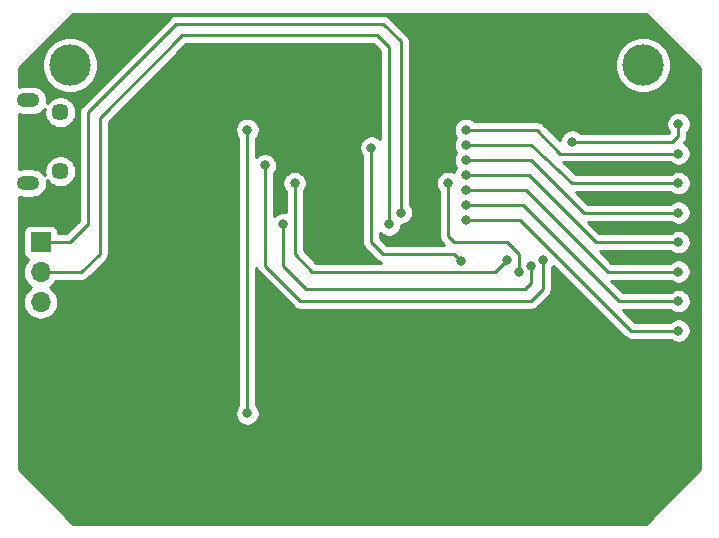
<source format=gbr>
G04 #@! TF.GenerationSoftware,KiCad,Pcbnew,(5.1.4)-1*
G04 #@! TF.CreationDate,2019-11-22T12:20:50+01:00*
G04 #@! TF.ProjectId,PacketVis,5061636b-6574-4566-9973-2e6b69636164,A01*
G04 #@! TF.SameCoordinates,Original*
G04 #@! TF.FileFunction,Copper,L2,Bot*
G04 #@! TF.FilePolarity,Positive*
%FSLAX46Y46*%
G04 Gerber Fmt 4.6, Leading zero omitted, Abs format (unit mm)*
G04 Created by KiCad (PCBNEW (5.1.4)-1) date 2019-11-22 12:20:50*
%MOMM*%
%LPD*%
G04 APERTURE LIST*
%ADD10O,1.700000X1.700000*%
%ADD11R,1.700000X1.700000*%
%ADD12O,1.900000X1.200000*%
%ADD13C,1.450000*%
%ADD14C,3.500000*%
%ADD15C,0.800000*%
%ADD16C,1.600000*%
%ADD17C,0.250000*%
%ADD18C,0.254000*%
G04 APERTURE END LIST*
D10*
X184680000Y-99080000D03*
X184680000Y-96540000D03*
D11*
X184680000Y-94000000D03*
D12*
X183642500Y-89000000D03*
X183642500Y-82000000D03*
D13*
X186342500Y-88000000D03*
X186342500Y-83000000D03*
D14*
X187180000Y-79000000D03*
X235680000Y-79000000D03*
D15*
X202180000Y-108500000D03*
X202180000Y-84500000D03*
D16*
X212180000Y-78500000D03*
D15*
X193680000Y-108500000D03*
X194680000Y-108500000D03*
X195680000Y-108500000D03*
X196680000Y-108500000D03*
X197680000Y-108500000D03*
X198680000Y-108500000D03*
X195180000Y-82500000D03*
X208580000Y-101100000D03*
X228680000Y-82000000D03*
X225680000Y-109000000D03*
X192930000Y-93500000D03*
D16*
X217180000Y-78500000D03*
D15*
X193180000Y-88250000D03*
X212680000Y-86000000D03*
X220280000Y-95600000D03*
X206180000Y-89000000D03*
X224180000Y-95500000D03*
X219180000Y-89000000D03*
X225180000Y-96500000D03*
X215180000Y-91500000D03*
X214180000Y-92500000D03*
X205180000Y-92500000D03*
X226180000Y-96000000D03*
X203680000Y-87500000D03*
X227180000Y-95500000D03*
X229680000Y-85500000D03*
X238680000Y-84000000D03*
X220680000Y-84500000D03*
X238680000Y-86500000D03*
X220680000Y-85770000D03*
X238680000Y-89000000D03*
X220680000Y-87040000D03*
X238680000Y-91500000D03*
X220680000Y-88310000D03*
X238680000Y-94000000D03*
X220680000Y-89580000D03*
X238680000Y-96500000D03*
X220680000Y-90850000D03*
X238680000Y-99000000D03*
X220680000Y-92120000D03*
X238680000Y-101500000D03*
D17*
X202180000Y-108500000D02*
X202180000Y-84500000D01*
X212680000Y-93500000D02*
X212680000Y-94000000D01*
X212680000Y-86000000D02*
X212680000Y-93500000D01*
X212680000Y-94000000D02*
X213680000Y-95000000D01*
X213680000Y-95000000D02*
X219680000Y-95000000D01*
X219680000Y-95000000D02*
X220280000Y-95600000D01*
X207680000Y-96500000D02*
X206180000Y-95000000D01*
X206180000Y-95000000D02*
X206180000Y-89000000D01*
X224180000Y-95500000D02*
X223180000Y-96500000D01*
X223180000Y-96500000D02*
X207680000Y-96500000D01*
X225180000Y-96500000D02*
X225180000Y-95000000D01*
X225180000Y-95000000D02*
X224180000Y-94000000D01*
X224180000Y-94000000D02*
X219680000Y-94000000D01*
X219180000Y-93500000D02*
X219180000Y-89000000D01*
X219680000Y-94000000D02*
X219180000Y-93500000D01*
X215180000Y-77000000D02*
X215180000Y-91500000D01*
X213680000Y-75500000D02*
X215180000Y-77000000D01*
X187180000Y-94000000D02*
X188680000Y-92500000D01*
X184680000Y-94000000D02*
X187180000Y-94000000D01*
X188680000Y-83000000D02*
X196180000Y-75500000D01*
X196180000Y-75500000D02*
X213680000Y-75500000D01*
X188680000Y-92500000D02*
X188680000Y-83000000D01*
X214180000Y-77500000D02*
X214180000Y-92500000D01*
X213180000Y-76500000D02*
X214180000Y-77500000D01*
X188140000Y-96540000D02*
X189680000Y-95000000D01*
X184680000Y-96540000D02*
X188140000Y-96540000D01*
X189680000Y-83500000D02*
X196680000Y-76500000D01*
X196680000Y-76500000D02*
X213180000Y-76500000D01*
X189680000Y-95000000D02*
X189680000Y-83500000D01*
X205180000Y-96000000D02*
X205180000Y-92500000D01*
X207180000Y-98000000D02*
X205180000Y-96000000D01*
X225680000Y-98000000D02*
X207180000Y-98000000D01*
X226180000Y-96000000D02*
X226180000Y-97500000D01*
X226180000Y-97500000D02*
X225680000Y-98000000D01*
X203680000Y-96000000D02*
X203680000Y-87500000D01*
X206680000Y-99000000D02*
X203680000Y-96000000D01*
X226180000Y-99000000D02*
X206680000Y-99000000D01*
X227180000Y-95500000D02*
X227180000Y-98000000D01*
X227180000Y-98000000D02*
X226180000Y-99000000D01*
X229680000Y-85500000D02*
X237680000Y-85500000D01*
X237680000Y-85500000D02*
X238180000Y-85500000D01*
X238180000Y-85500000D02*
X238680000Y-85000000D01*
X238680000Y-85000000D02*
X238680000Y-84000000D01*
X220680000Y-84500000D02*
X226680000Y-84500000D01*
X226680000Y-84500000D02*
X228680000Y-86500000D01*
X228680000Y-86500000D02*
X238680000Y-86500000D01*
X229680000Y-89000000D02*
X238680000Y-89000000D01*
X220680000Y-85770000D02*
X226180000Y-85770000D01*
X226180000Y-85770000D02*
X229680000Y-89000000D01*
X220680000Y-87040000D02*
X226220000Y-87040000D01*
X226220000Y-87040000D02*
X230680000Y-91500000D01*
X230680000Y-91500000D02*
X238680000Y-91500000D01*
X220680000Y-88310000D02*
X225990000Y-88310000D01*
X225990000Y-88310000D02*
X231680000Y-94000000D01*
X231680000Y-94000000D02*
X238680000Y-94000000D01*
X220680000Y-89580000D02*
X225760000Y-89580000D01*
X225760000Y-89580000D02*
X232680000Y-96500000D01*
X232680000Y-96500000D02*
X238680000Y-96500000D01*
X220680000Y-90850000D02*
X225530000Y-90850000D01*
X225530000Y-90850000D02*
X233680000Y-99000000D01*
X233680000Y-99000000D02*
X238680000Y-99000000D01*
X220680000Y-92120000D02*
X225300000Y-92120000D01*
X225300000Y-92120000D02*
X234680000Y-101500000D01*
X234680000Y-101500000D02*
X238680000Y-101500000D01*
D18*
G36*
X240520001Y-79273382D02*
G01*
X240520000Y-113226619D01*
X235906620Y-117840000D01*
X187453381Y-117840000D01*
X182840000Y-113226620D01*
X182840000Y-96540000D01*
X183187815Y-96540000D01*
X183216487Y-96831111D01*
X183301401Y-97111034D01*
X183439294Y-97369014D01*
X183624866Y-97595134D01*
X183850986Y-97780706D01*
X183905791Y-97810000D01*
X183850986Y-97839294D01*
X183624866Y-98024866D01*
X183439294Y-98250986D01*
X183301401Y-98508966D01*
X183216487Y-98788889D01*
X183187815Y-99080000D01*
X183216487Y-99371111D01*
X183301401Y-99651034D01*
X183439294Y-99909014D01*
X183624866Y-100135134D01*
X183850986Y-100320706D01*
X184108966Y-100458599D01*
X184388889Y-100543513D01*
X184607050Y-100565000D01*
X184752950Y-100565000D01*
X184971111Y-100543513D01*
X185251034Y-100458599D01*
X185509014Y-100320706D01*
X185735134Y-100135134D01*
X185920706Y-99909014D01*
X186058599Y-99651034D01*
X186143513Y-99371111D01*
X186172185Y-99080000D01*
X186143513Y-98788889D01*
X186058599Y-98508966D01*
X185920706Y-98250986D01*
X185735134Y-98024866D01*
X185509014Y-97839294D01*
X185454209Y-97810000D01*
X185509014Y-97780706D01*
X185735134Y-97595134D01*
X185920706Y-97369014D01*
X185957595Y-97300000D01*
X188102678Y-97300000D01*
X188140000Y-97303676D01*
X188177322Y-97300000D01*
X188177333Y-97300000D01*
X188288986Y-97289003D01*
X188432247Y-97245546D01*
X188564276Y-97174974D01*
X188680001Y-97080001D01*
X188703804Y-97050997D01*
X190191004Y-95563798D01*
X190220001Y-95540001D01*
X190283467Y-95462668D01*
X190314974Y-95424277D01*
X190385546Y-95292247D01*
X190385546Y-95292246D01*
X190429003Y-95148986D01*
X190440000Y-95037333D01*
X190440000Y-95037323D01*
X190443676Y-95000000D01*
X190440000Y-94962677D01*
X190440000Y-83814801D01*
X196994802Y-77260000D01*
X212865199Y-77260000D01*
X213420000Y-77814802D01*
X213420001Y-85276290D01*
X213339774Y-85196063D01*
X213170256Y-85082795D01*
X212981898Y-85004774D01*
X212781939Y-84965000D01*
X212578061Y-84965000D01*
X212378102Y-85004774D01*
X212189744Y-85082795D01*
X212020226Y-85196063D01*
X211876063Y-85340226D01*
X211762795Y-85509744D01*
X211684774Y-85698102D01*
X211645000Y-85898061D01*
X211645000Y-86101939D01*
X211684774Y-86301898D01*
X211762795Y-86490256D01*
X211876063Y-86659774D01*
X211920000Y-86703711D01*
X211920001Y-93462658D01*
X211920000Y-93462668D01*
X211920000Y-93962678D01*
X211916324Y-94000000D01*
X211920000Y-94037322D01*
X211920000Y-94037333D01*
X211930997Y-94148986D01*
X211974454Y-94292247D01*
X212045026Y-94424276D01*
X212140000Y-94540001D01*
X212168998Y-94563799D01*
X213116200Y-95511002D01*
X213139999Y-95540001D01*
X213168997Y-95563799D01*
X213255724Y-95634974D01*
X213387753Y-95705546D01*
X213501335Y-95740000D01*
X207994802Y-95740000D01*
X206940000Y-94685199D01*
X206940000Y-89703711D01*
X206983937Y-89659774D01*
X207097205Y-89490256D01*
X207175226Y-89301898D01*
X207215000Y-89101939D01*
X207215000Y-88898061D01*
X207175226Y-88698102D01*
X207097205Y-88509744D01*
X206983937Y-88340226D01*
X206839774Y-88196063D01*
X206670256Y-88082795D01*
X206481898Y-88004774D01*
X206281939Y-87965000D01*
X206078061Y-87965000D01*
X205878102Y-88004774D01*
X205689744Y-88082795D01*
X205520226Y-88196063D01*
X205376063Y-88340226D01*
X205262795Y-88509744D01*
X205184774Y-88698102D01*
X205145000Y-88898061D01*
X205145000Y-89101939D01*
X205184774Y-89301898D01*
X205262795Y-89490256D01*
X205376063Y-89659774D01*
X205420001Y-89703712D01*
X205420001Y-91492462D01*
X205281939Y-91465000D01*
X205078061Y-91465000D01*
X204878102Y-91504774D01*
X204689744Y-91582795D01*
X204520226Y-91696063D01*
X204440000Y-91776289D01*
X204440000Y-88203711D01*
X204483937Y-88159774D01*
X204597205Y-87990256D01*
X204675226Y-87801898D01*
X204715000Y-87601939D01*
X204715000Y-87398061D01*
X204675226Y-87198102D01*
X204597205Y-87009744D01*
X204483937Y-86840226D01*
X204339774Y-86696063D01*
X204170256Y-86582795D01*
X203981898Y-86504774D01*
X203781939Y-86465000D01*
X203578061Y-86465000D01*
X203378102Y-86504774D01*
X203189744Y-86582795D01*
X203020226Y-86696063D01*
X202940000Y-86776289D01*
X202940000Y-85203711D01*
X202983937Y-85159774D01*
X203097205Y-84990256D01*
X203175226Y-84801898D01*
X203215000Y-84601939D01*
X203215000Y-84398061D01*
X203175226Y-84198102D01*
X203097205Y-84009744D01*
X202983937Y-83840226D01*
X202839774Y-83696063D01*
X202670256Y-83582795D01*
X202481898Y-83504774D01*
X202281939Y-83465000D01*
X202078061Y-83465000D01*
X201878102Y-83504774D01*
X201689744Y-83582795D01*
X201520226Y-83696063D01*
X201376063Y-83840226D01*
X201262795Y-84009744D01*
X201184774Y-84198102D01*
X201145000Y-84398061D01*
X201145000Y-84601939D01*
X201184774Y-84801898D01*
X201262795Y-84990256D01*
X201376063Y-85159774D01*
X201420001Y-85203712D01*
X201420000Y-107796289D01*
X201376063Y-107840226D01*
X201262795Y-108009744D01*
X201184774Y-108198102D01*
X201145000Y-108398061D01*
X201145000Y-108601939D01*
X201184774Y-108801898D01*
X201262795Y-108990256D01*
X201376063Y-109159774D01*
X201520226Y-109303937D01*
X201689744Y-109417205D01*
X201878102Y-109495226D01*
X202078061Y-109535000D01*
X202281939Y-109535000D01*
X202481898Y-109495226D01*
X202670256Y-109417205D01*
X202839774Y-109303937D01*
X202983937Y-109159774D01*
X203097205Y-108990256D01*
X203175226Y-108801898D01*
X203215000Y-108601939D01*
X203215000Y-108398061D01*
X203175226Y-108198102D01*
X203097205Y-108009744D01*
X202983937Y-107840226D01*
X202940000Y-107796289D01*
X202940000Y-96178664D01*
X202960958Y-96247754D01*
X202974454Y-96292246D01*
X203045026Y-96424276D01*
X203084871Y-96472826D01*
X203139999Y-96540001D01*
X203169003Y-96563804D01*
X206116201Y-99511003D01*
X206139999Y-99540001D01*
X206255724Y-99634974D01*
X206387753Y-99705546D01*
X206531014Y-99749003D01*
X206642667Y-99760000D01*
X206642675Y-99760000D01*
X206680000Y-99763676D01*
X206717325Y-99760000D01*
X226142678Y-99760000D01*
X226180000Y-99763676D01*
X226217322Y-99760000D01*
X226217333Y-99760000D01*
X226328986Y-99749003D01*
X226472247Y-99705546D01*
X226604276Y-99634974D01*
X226720001Y-99540001D01*
X226743804Y-99510998D01*
X227691003Y-98563799D01*
X227720001Y-98540001D01*
X227814974Y-98424276D01*
X227885546Y-98292247D01*
X227929003Y-98148986D01*
X227940000Y-98037333D01*
X227943677Y-98000000D01*
X227940000Y-97962667D01*
X227940000Y-96203711D01*
X227983937Y-96159774D01*
X228096504Y-95991305D01*
X234116201Y-102011003D01*
X234139999Y-102040001D01*
X234255724Y-102134974D01*
X234387753Y-102205546D01*
X234531014Y-102249003D01*
X234642667Y-102260000D01*
X234642676Y-102260000D01*
X234679999Y-102263676D01*
X234717322Y-102260000D01*
X237976289Y-102260000D01*
X238020226Y-102303937D01*
X238189744Y-102417205D01*
X238378102Y-102495226D01*
X238578061Y-102535000D01*
X238781939Y-102535000D01*
X238981898Y-102495226D01*
X239170256Y-102417205D01*
X239339774Y-102303937D01*
X239483937Y-102159774D01*
X239597205Y-101990256D01*
X239675226Y-101801898D01*
X239715000Y-101601939D01*
X239715000Y-101398061D01*
X239675226Y-101198102D01*
X239597205Y-101009744D01*
X239483937Y-100840226D01*
X239339774Y-100696063D01*
X239170256Y-100582795D01*
X238981898Y-100504774D01*
X238781939Y-100465000D01*
X238578061Y-100465000D01*
X238378102Y-100504774D01*
X238189744Y-100582795D01*
X238020226Y-100696063D01*
X237976289Y-100740000D01*
X234994802Y-100740000D01*
X234014802Y-99760000D01*
X237976289Y-99760000D01*
X238020226Y-99803937D01*
X238189744Y-99917205D01*
X238378102Y-99995226D01*
X238578061Y-100035000D01*
X238781939Y-100035000D01*
X238981898Y-99995226D01*
X239170256Y-99917205D01*
X239339774Y-99803937D01*
X239483937Y-99659774D01*
X239597205Y-99490256D01*
X239675226Y-99301898D01*
X239715000Y-99101939D01*
X239715000Y-98898061D01*
X239675226Y-98698102D01*
X239597205Y-98509744D01*
X239483937Y-98340226D01*
X239339774Y-98196063D01*
X239170256Y-98082795D01*
X238981898Y-98004774D01*
X238781939Y-97965000D01*
X238578061Y-97965000D01*
X238378102Y-98004774D01*
X238189744Y-98082795D01*
X238020226Y-98196063D01*
X237976289Y-98240000D01*
X233994802Y-98240000D01*
X233014802Y-97260000D01*
X237976289Y-97260000D01*
X238020226Y-97303937D01*
X238189744Y-97417205D01*
X238378102Y-97495226D01*
X238578061Y-97535000D01*
X238781939Y-97535000D01*
X238981898Y-97495226D01*
X239170256Y-97417205D01*
X239339774Y-97303937D01*
X239483937Y-97159774D01*
X239597205Y-96990256D01*
X239675226Y-96801898D01*
X239715000Y-96601939D01*
X239715000Y-96398061D01*
X239675226Y-96198102D01*
X239597205Y-96009744D01*
X239483937Y-95840226D01*
X239339774Y-95696063D01*
X239170256Y-95582795D01*
X238981898Y-95504774D01*
X238781939Y-95465000D01*
X238578061Y-95465000D01*
X238378102Y-95504774D01*
X238189744Y-95582795D01*
X238020226Y-95696063D01*
X237976289Y-95740000D01*
X232994802Y-95740000D01*
X232014802Y-94760000D01*
X237976289Y-94760000D01*
X238020226Y-94803937D01*
X238189744Y-94917205D01*
X238378102Y-94995226D01*
X238578061Y-95035000D01*
X238781939Y-95035000D01*
X238981898Y-94995226D01*
X239170256Y-94917205D01*
X239339774Y-94803937D01*
X239483937Y-94659774D01*
X239597205Y-94490256D01*
X239675226Y-94301898D01*
X239715000Y-94101939D01*
X239715000Y-93898061D01*
X239675226Y-93698102D01*
X239597205Y-93509744D01*
X239483937Y-93340226D01*
X239339774Y-93196063D01*
X239170256Y-93082795D01*
X238981898Y-93004774D01*
X238781939Y-92965000D01*
X238578061Y-92965000D01*
X238378102Y-93004774D01*
X238189744Y-93082795D01*
X238020226Y-93196063D01*
X237976289Y-93240000D01*
X231994802Y-93240000D01*
X231014802Y-92260000D01*
X237976289Y-92260000D01*
X238020226Y-92303937D01*
X238189744Y-92417205D01*
X238378102Y-92495226D01*
X238578061Y-92535000D01*
X238781939Y-92535000D01*
X238981898Y-92495226D01*
X239170256Y-92417205D01*
X239339774Y-92303937D01*
X239483937Y-92159774D01*
X239597205Y-91990256D01*
X239675226Y-91801898D01*
X239715000Y-91601939D01*
X239715000Y-91398061D01*
X239675226Y-91198102D01*
X239597205Y-91009744D01*
X239483937Y-90840226D01*
X239339774Y-90696063D01*
X239170256Y-90582795D01*
X238981898Y-90504774D01*
X238781939Y-90465000D01*
X238578061Y-90465000D01*
X238378102Y-90504774D01*
X238189744Y-90582795D01*
X238020226Y-90696063D01*
X237976289Y-90740000D01*
X230994803Y-90740000D01*
X230014802Y-89760000D01*
X237976289Y-89760000D01*
X238020226Y-89803937D01*
X238189744Y-89917205D01*
X238378102Y-89995226D01*
X238578061Y-90035000D01*
X238781939Y-90035000D01*
X238981898Y-89995226D01*
X239170256Y-89917205D01*
X239339774Y-89803937D01*
X239483937Y-89659774D01*
X239597205Y-89490256D01*
X239675226Y-89301898D01*
X239715000Y-89101939D01*
X239715000Y-88898061D01*
X239675226Y-88698102D01*
X239597205Y-88509744D01*
X239483937Y-88340226D01*
X239339774Y-88196063D01*
X239170256Y-88082795D01*
X238981898Y-88004774D01*
X238781939Y-87965000D01*
X238578061Y-87965000D01*
X238378102Y-88004774D01*
X238189744Y-88082795D01*
X238020226Y-88196063D01*
X237976289Y-88240000D01*
X229977096Y-88240000D01*
X228915176Y-87260000D01*
X237976289Y-87260000D01*
X238020226Y-87303937D01*
X238189744Y-87417205D01*
X238378102Y-87495226D01*
X238578061Y-87535000D01*
X238781939Y-87535000D01*
X238981898Y-87495226D01*
X239170256Y-87417205D01*
X239339774Y-87303937D01*
X239483937Y-87159774D01*
X239597205Y-86990256D01*
X239675226Y-86801898D01*
X239715000Y-86601939D01*
X239715000Y-86398061D01*
X239675226Y-86198102D01*
X239597205Y-86009744D01*
X239483937Y-85840226D01*
X239339774Y-85696063D01*
X239171305Y-85583496D01*
X239190998Y-85563803D01*
X239220001Y-85540001D01*
X239314974Y-85424276D01*
X239385546Y-85292247D01*
X239429003Y-85148986D01*
X239440000Y-85037333D01*
X239440000Y-85037325D01*
X239443676Y-85000000D01*
X239440000Y-84962675D01*
X239440000Y-84703711D01*
X239483937Y-84659774D01*
X239597205Y-84490256D01*
X239675226Y-84301898D01*
X239715000Y-84101939D01*
X239715000Y-83898061D01*
X239675226Y-83698102D01*
X239597205Y-83509744D01*
X239483937Y-83340226D01*
X239339774Y-83196063D01*
X239170256Y-83082795D01*
X238981898Y-83004774D01*
X238781939Y-82965000D01*
X238578061Y-82965000D01*
X238378102Y-83004774D01*
X238189744Y-83082795D01*
X238020226Y-83196063D01*
X237876063Y-83340226D01*
X237762795Y-83509744D01*
X237684774Y-83698102D01*
X237645000Y-83898061D01*
X237645000Y-84101939D01*
X237684774Y-84301898D01*
X237762795Y-84490256D01*
X237876063Y-84659774D01*
X237910744Y-84694455D01*
X237865199Y-84740000D01*
X230383711Y-84740000D01*
X230339774Y-84696063D01*
X230170256Y-84582795D01*
X229981898Y-84504774D01*
X229781939Y-84465000D01*
X229578061Y-84465000D01*
X229378102Y-84504774D01*
X229189744Y-84582795D01*
X229020226Y-84696063D01*
X228876063Y-84840226D01*
X228762795Y-85009744D01*
X228684774Y-85198102D01*
X228646304Y-85391503D01*
X227243804Y-83989003D01*
X227220001Y-83959999D01*
X227104276Y-83865026D01*
X226972247Y-83794454D01*
X226828986Y-83750997D01*
X226717333Y-83740000D01*
X226717322Y-83740000D01*
X226680000Y-83736324D01*
X226642678Y-83740000D01*
X221383711Y-83740000D01*
X221339774Y-83696063D01*
X221170256Y-83582795D01*
X220981898Y-83504774D01*
X220781939Y-83465000D01*
X220578061Y-83465000D01*
X220378102Y-83504774D01*
X220189744Y-83582795D01*
X220020226Y-83696063D01*
X219876063Y-83840226D01*
X219762795Y-84009744D01*
X219684774Y-84198102D01*
X219645000Y-84398061D01*
X219645000Y-84601939D01*
X219684774Y-84801898D01*
X219762795Y-84990256D01*
X219859510Y-85135000D01*
X219762795Y-85279744D01*
X219684774Y-85468102D01*
X219645000Y-85668061D01*
X219645000Y-85871939D01*
X219684774Y-86071898D01*
X219762795Y-86260256D01*
X219859510Y-86405000D01*
X219762795Y-86549744D01*
X219684774Y-86738102D01*
X219645000Y-86938061D01*
X219645000Y-87141939D01*
X219684774Y-87341898D01*
X219762795Y-87530256D01*
X219859510Y-87675000D01*
X219762795Y-87819744D01*
X219684774Y-88008102D01*
X219669943Y-88082665D01*
X219481898Y-88004774D01*
X219281939Y-87965000D01*
X219078061Y-87965000D01*
X218878102Y-88004774D01*
X218689744Y-88082795D01*
X218520226Y-88196063D01*
X218376063Y-88340226D01*
X218262795Y-88509744D01*
X218184774Y-88698102D01*
X218145000Y-88898061D01*
X218145000Y-89101939D01*
X218184774Y-89301898D01*
X218262795Y-89490256D01*
X218376063Y-89659774D01*
X218420001Y-89703712D01*
X218420000Y-93462677D01*
X218416324Y-93500000D01*
X218420000Y-93537322D01*
X218420000Y-93537332D01*
X218430997Y-93648985D01*
X218474454Y-93792246D01*
X218545026Y-93924276D01*
X218584871Y-93972826D01*
X218639999Y-94040001D01*
X218669003Y-94063804D01*
X218845199Y-94240000D01*
X213994802Y-94240000D01*
X213440000Y-93685199D01*
X213440000Y-93223711D01*
X213520226Y-93303937D01*
X213689744Y-93417205D01*
X213878102Y-93495226D01*
X214078061Y-93535000D01*
X214281939Y-93535000D01*
X214481898Y-93495226D01*
X214670256Y-93417205D01*
X214839774Y-93303937D01*
X214983937Y-93159774D01*
X215097205Y-92990256D01*
X215175226Y-92801898D01*
X215215000Y-92601939D01*
X215215000Y-92535000D01*
X215281939Y-92535000D01*
X215481898Y-92495226D01*
X215670256Y-92417205D01*
X215839774Y-92303937D01*
X215983937Y-92159774D01*
X216097205Y-91990256D01*
X216175226Y-91801898D01*
X216215000Y-91601939D01*
X216215000Y-91398061D01*
X216175226Y-91198102D01*
X216097205Y-91009744D01*
X215983937Y-90840226D01*
X215940000Y-90796289D01*
X215940000Y-78765098D01*
X233295000Y-78765098D01*
X233295000Y-79234902D01*
X233386654Y-79695679D01*
X233566440Y-80129721D01*
X233827450Y-80520349D01*
X234159651Y-80852550D01*
X234550279Y-81113560D01*
X234984321Y-81293346D01*
X235445098Y-81385000D01*
X235914902Y-81385000D01*
X236375679Y-81293346D01*
X236809721Y-81113560D01*
X237200349Y-80852550D01*
X237532550Y-80520349D01*
X237793560Y-80129721D01*
X237973346Y-79695679D01*
X238065000Y-79234902D01*
X238065000Y-78765098D01*
X237973346Y-78304321D01*
X237793560Y-77870279D01*
X237532550Y-77479651D01*
X237200349Y-77147450D01*
X236809721Y-76886440D01*
X236375679Y-76706654D01*
X235914902Y-76615000D01*
X235445098Y-76615000D01*
X234984321Y-76706654D01*
X234550279Y-76886440D01*
X234159651Y-77147450D01*
X233827450Y-77479651D01*
X233566440Y-77870279D01*
X233386654Y-78304321D01*
X233295000Y-78765098D01*
X215940000Y-78765098D01*
X215940000Y-77037322D01*
X215943676Y-76999999D01*
X215940000Y-76962676D01*
X215940000Y-76962667D01*
X215929003Y-76851014D01*
X215885546Y-76707753D01*
X215814974Y-76575724D01*
X215720001Y-76459999D01*
X215691004Y-76436202D01*
X214243804Y-74989003D01*
X214220001Y-74959999D01*
X214104276Y-74865026D01*
X213972247Y-74794454D01*
X213828986Y-74750997D01*
X213717333Y-74740000D01*
X213717322Y-74740000D01*
X213680000Y-74736324D01*
X213642678Y-74740000D01*
X196217325Y-74740000D01*
X196180000Y-74736324D01*
X196142675Y-74740000D01*
X196142667Y-74740000D01*
X196031014Y-74750997D01*
X195887753Y-74794454D01*
X195755724Y-74865026D01*
X195639999Y-74959999D01*
X195616201Y-74988997D01*
X188168998Y-82436201D01*
X188140000Y-82459999D01*
X188116202Y-82488997D01*
X188116201Y-82488998D01*
X188045026Y-82575724D01*
X187974454Y-82707754D01*
X187930998Y-82851015D01*
X187916324Y-83000000D01*
X187920001Y-83037332D01*
X187920000Y-92185198D01*
X186865199Y-93240000D01*
X186168072Y-93240000D01*
X186168072Y-93150000D01*
X186155812Y-93025518D01*
X186119502Y-92905820D01*
X186060537Y-92795506D01*
X185981185Y-92698815D01*
X185884494Y-92619463D01*
X185774180Y-92560498D01*
X185654482Y-92524188D01*
X185530000Y-92511928D01*
X183830000Y-92511928D01*
X183705518Y-92524188D01*
X183585820Y-92560498D01*
X183475506Y-92619463D01*
X183378815Y-92698815D01*
X183299463Y-92795506D01*
X183240498Y-92905820D01*
X183204188Y-93025518D01*
X183191928Y-93150000D01*
X183191928Y-94850000D01*
X183204188Y-94974482D01*
X183240498Y-95094180D01*
X183299463Y-95204494D01*
X183378815Y-95301185D01*
X183475506Y-95380537D01*
X183585820Y-95439502D01*
X183654687Y-95460393D01*
X183624866Y-95484866D01*
X183439294Y-95710986D01*
X183301401Y-95968966D01*
X183216487Y-96248889D01*
X183187815Y-96540000D01*
X182840000Y-96540000D01*
X182840000Y-90153306D01*
X183050398Y-90217130D01*
X183231835Y-90235000D01*
X184053165Y-90235000D01*
X184234602Y-90217130D01*
X184467401Y-90146511D01*
X184681949Y-90031833D01*
X184870002Y-89877502D01*
X185024333Y-89689449D01*
X185139011Y-89474901D01*
X185209630Y-89242102D01*
X185233475Y-89000000D01*
X185209630Y-88757898D01*
X185206617Y-88747965D01*
X185286119Y-88866949D01*
X185475551Y-89056381D01*
X185698299Y-89205216D01*
X185945803Y-89307736D01*
X186208552Y-89360000D01*
X186476448Y-89360000D01*
X186739197Y-89307736D01*
X186986701Y-89205216D01*
X187209449Y-89056381D01*
X187398881Y-88866949D01*
X187547716Y-88644201D01*
X187650236Y-88396697D01*
X187702500Y-88133948D01*
X187702500Y-87866052D01*
X187650236Y-87603303D01*
X187547716Y-87355799D01*
X187398881Y-87133051D01*
X187209449Y-86943619D01*
X186986701Y-86794784D01*
X186739197Y-86692264D01*
X186476448Y-86640000D01*
X186208552Y-86640000D01*
X185945803Y-86692264D01*
X185698299Y-86794784D01*
X185475551Y-86943619D01*
X185286119Y-87133051D01*
X185137284Y-87355799D01*
X185034764Y-87603303D01*
X184982500Y-87866052D01*
X184982500Y-88133948D01*
X185015484Y-88299768D01*
X184870002Y-88122498D01*
X184681949Y-87968167D01*
X184467401Y-87853489D01*
X184234602Y-87782870D01*
X184053165Y-87765000D01*
X183231835Y-87765000D01*
X183050398Y-87782870D01*
X182840000Y-87846694D01*
X182840000Y-83153306D01*
X183050398Y-83217130D01*
X183231835Y-83235000D01*
X184053165Y-83235000D01*
X184234602Y-83217130D01*
X184467401Y-83146511D01*
X184681949Y-83031833D01*
X184870002Y-82877502D01*
X185015484Y-82700232D01*
X184982500Y-82866052D01*
X184982500Y-83133948D01*
X185034764Y-83396697D01*
X185137284Y-83644201D01*
X185286119Y-83866949D01*
X185475551Y-84056381D01*
X185698299Y-84205216D01*
X185945803Y-84307736D01*
X186208552Y-84360000D01*
X186476448Y-84360000D01*
X186739197Y-84307736D01*
X186986701Y-84205216D01*
X187209449Y-84056381D01*
X187398881Y-83866949D01*
X187547716Y-83644201D01*
X187650236Y-83396697D01*
X187702500Y-83133948D01*
X187702500Y-82866052D01*
X187650236Y-82603303D01*
X187547716Y-82355799D01*
X187398881Y-82133051D01*
X187209449Y-81943619D01*
X186986701Y-81794784D01*
X186739197Y-81692264D01*
X186476448Y-81640000D01*
X186208552Y-81640000D01*
X185945803Y-81692264D01*
X185698299Y-81794784D01*
X185475551Y-81943619D01*
X185286119Y-82133051D01*
X185206617Y-82252035D01*
X185209630Y-82242102D01*
X185233475Y-82000000D01*
X185209630Y-81757898D01*
X185139011Y-81525099D01*
X185024333Y-81310551D01*
X184870002Y-81122498D01*
X184681949Y-80968167D01*
X184467401Y-80853489D01*
X184234602Y-80782870D01*
X184053165Y-80765000D01*
X183231835Y-80765000D01*
X183050398Y-80782870D01*
X182840000Y-80846694D01*
X182840000Y-79273380D01*
X183348282Y-78765098D01*
X184795000Y-78765098D01*
X184795000Y-79234902D01*
X184886654Y-79695679D01*
X185066440Y-80129721D01*
X185327450Y-80520349D01*
X185659651Y-80852550D01*
X186050279Y-81113560D01*
X186484321Y-81293346D01*
X186945098Y-81385000D01*
X187414902Y-81385000D01*
X187875679Y-81293346D01*
X188309721Y-81113560D01*
X188700349Y-80852550D01*
X189032550Y-80520349D01*
X189293560Y-80129721D01*
X189473346Y-79695679D01*
X189565000Y-79234902D01*
X189565000Y-78765098D01*
X189473346Y-78304321D01*
X189293560Y-77870279D01*
X189032550Y-77479651D01*
X188700349Y-77147450D01*
X188309721Y-76886440D01*
X187875679Y-76706654D01*
X187414902Y-76615000D01*
X186945098Y-76615000D01*
X186484321Y-76706654D01*
X186050279Y-76886440D01*
X185659651Y-77147450D01*
X185327450Y-77479651D01*
X185066440Y-77870279D01*
X184886654Y-78304321D01*
X184795000Y-78765098D01*
X183348282Y-78765098D01*
X187453381Y-74660000D01*
X235906620Y-74660000D01*
X240520001Y-79273382D01*
X240520001Y-79273382D01*
G37*
X240520001Y-79273382D02*
X240520000Y-113226619D01*
X235906620Y-117840000D01*
X187453381Y-117840000D01*
X182840000Y-113226620D01*
X182840000Y-96540000D01*
X183187815Y-96540000D01*
X183216487Y-96831111D01*
X183301401Y-97111034D01*
X183439294Y-97369014D01*
X183624866Y-97595134D01*
X183850986Y-97780706D01*
X183905791Y-97810000D01*
X183850986Y-97839294D01*
X183624866Y-98024866D01*
X183439294Y-98250986D01*
X183301401Y-98508966D01*
X183216487Y-98788889D01*
X183187815Y-99080000D01*
X183216487Y-99371111D01*
X183301401Y-99651034D01*
X183439294Y-99909014D01*
X183624866Y-100135134D01*
X183850986Y-100320706D01*
X184108966Y-100458599D01*
X184388889Y-100543513D01*
X184607050Y-100565000D01*
X184752950Y-100565000D01*
X184971111Y-100543513D01*
X185251034Y-100458599D01*
X185509014Y-100320706D01*
X185735134Y-100135134D01*
X185920706Y-99909014D01*
X186058599Y-99651034D01*
X186143513Y-99371111D01*
X186172185Y-99080000D01*
X186143513Y-98788889D01*
X186058599Y-98508966D01*
X185920706Y-98250986D01*
X185735134Y-98024866D01*
X185509014Y-97839294D01*
X185454209Y-97810000D01*
X185509014Y-97780706D01*
X185735134Y-97595134D01*
X185920706Y-97369014D01*
X185957595Y-97300000D01*
X188102678Y-97300000D01*
X188140000Y-97303676D01*
X188177322Y-97300000D01*
X188177333Y-97300000D01*
X188288986Y-97289003D01*
X188432247Y-97245546D01*
X188564276Y-97174974D01*
X188680001Y-97080001D01*
X188703804Y-97050997D01*
X190191004Y-95563798D01*
X190220001Y-95540001D01*
X190283467Y-95462668D01*
X190314974Y-95424277D01*
X190385546Y-95292247D01*
X190385546Y-95292246D01*
X190429003Y-95148986D01*
X190440000Y-95037333D01*
X190440000Y-95037323D01*
X190443676Y-95000000D01*
X190440000Y-94962677D01*
X190440000Y-83814801D01*
X196994802Y-77260000D01*
X212865199Y-77260000D01*
X213420000Y-77814802D01*
X213420001Y-85276290D01*
X213339774Y-85196063D01*
X213170256Y-85082795D01*
X212981898Y-85004774D01*
X212781939Y-84965000D01*
X212578061Y-84965000D01*
X212378102Y-85004774D01*
X212189744Y-85082795D01*
X212020226Y-85196063D01*
X211876063Y-85340226D01*
X211762795Y-85509744D01*
X211684774Y-85698102D01*
X211645000Y-85898061D01*
X211645000Y-86101939D01*
X211684774Y-86301898D01*
X211762795Y-86490256D01*
X211876063Y-86659774D01*
X211920000Y-86703711D01*
X211920001Y-93462658D01*
X211920000Y-93462668D01*
X211920000Y-93962678D01*
X211916324Y-94000000D01*
X211920000Y-94037322D01*
X211920000Y-94037333D01*
X211930997Y-94148986D01*
X211974454Y-94292247D01*
X212045026Y-94424276D01*
X212140000Y-94540001D01*
X212168998Y-94563799D01*
X213116200Y-95511002D01*
X213139999Y-95540001D01*
X213168997Y-95563799D01*
X213255724Y-95634974D01*
X213387753Y-95705546D01*
X213501335Y-95740000D01*
X207994802Y-95740000D01*
X206940000Y-94685199D01*
X206940000Y-89703711D01*
X206983937Y-89659774D01*
X207097205Y-89490256D01*
X207175226Y-89301898D01*
X207215000Y-89101939D01*
X207215000Y-88898061D01*
X207175226Y-88698102D01*
X207097205Y-88509744D01*
X206983937Y-88340226D01*
X206839774Y-88196063D01*
X206670256Y-88082795D01*
X206481898Y-88004774D01*
X206281939Y-87965000D01*
X206078061Y-87965000D01*
X205878102Y-88004774D01*
X205689744Y-88082795D01*
X205520226Y-88196063D01*
X205376063Y-88340226D01*
X205262795Y-88509744D01*
X205184774Y-88698102D01*
X205145000Y-88898061D01*
X205145000Y-89101939D01*
X205184774Y-89301898D01*
X205262795Y-89490256D01*
X205376063Y-89659774D01*
X205420001Y-89703712D01*
X205420001Y-91492462D01*
X205281939Y-91465000D01*
X205078061Y-91465000D01*
X204878102Y-91504774D01*
X204689744Y-91582795D01*
X204520226Y-91696063D01*
X204440000Y-91776289D01*
X204440000Y-88203711D01*
X204483937Y-88159774D01*
X204597205Y-87990256D01*
X204675226Y-87801898D01*
X204715000Y-87601939D01*
X204715000Y-87398061D01*
X204675226Y-87198102D01*
X204597205Y-87009744D01*
X204483937Y-86840226D01*
X204339774Y-86696063D01*
X204170256Y-86582795D01*
X203981898Y-86504774D01*
X203781939Y-86465000D01*
X203578061Y-86465000D01*
X203378102Y-86504774D01*
X203189744Y-86582795D01*
X203020226Y-86696063D01*
X202940000Y-86776289D01*
X202940000Y-85203711D01*
X202983937Y-85159774D01*
X203097205Y-84990256D01*
X203175226Y-84801898D01*
X203215000Y-84601939D01*
X203215000Y-84398061D01*
X203175226Y-84198102D01*
X203097205Y-84009744D01*
X202983937Y-83840226D01*
X202839774Y-83696063D01*
X202670256Y-83582795D01*
X202481898Y-83504774D01*
X202281939Y-83465000D01*
X202078061Y-83465000D01*
X201878102Y-83504774D01*
X201689744Y-83582795D01*
X201520226Y-83696063D01*
X201376063Y-83840226D01*
X201262795Y-84009744D01*
X201184774Y-84198102D01*
X201145000Y-84398061D01*
X201145000Y-84601939D01*
X201184774Y-84801898D01*
X201262795Y-84990256D01*
X201376063Y-85159774D01*
X201420001Y-85203712D01*
X201420000Y-107796289D01*
X201376063Y-107840226D01*
X201262795Y-108009744D01*
X201184774Y-108198102D01*
X201145000Y-108398061D01*
X201145000Y-108601939D01*
X201184774Y-108801898D01*
X201262795Y-108990256D01*
X201376063Y-109159774D01*
X201520226Y-109303937D01*
X201689744Y-109417205D01*
X201878102Y-109495226D01*
X202078061Y-109535000D01*
X202281939Y-109535000D01*
X202481898Y-109495226D01*
X202670256Y-109417205D01*
X202839774Y-109303937D01*
X202983937Y-109159774D01*
X203097205Y-108990256D01*
X203175226Y-108801898D01*
X203215000Y-108601939D01*
X203215000Y-108398061D01*
X203175226Y-108198102D01*
X203097205Y-108009744D01*
X202983937Y-107840226D01*
X202940000Y-107796289D01*
X202940000Y-96178664D01*
X202960958Y-96247754D01*
X202974454Y-96292246D01*
X203045026Y-96424276D01*
X203084871Y-96472826D01*
X203139999Y-96540001D01*
X203169003Y-96563804D01*
X206116201Y-99511003D01*
X206139999Y-99540001D01*
X206255724Y-99634974D01*
X206387753Y-99705546D01*
X206531014Y-99749003D01*
X206642667Y-99760000D01*
X206642675Y-99760000D01*
X206680000Y-99763676D01*
X206717325Y-99760000D01*
X226142678Y-99760000D01*
X226180000Y-99763676D01*
X226217322Y-99760000D01*
X226217333Y-99760000D01*
X226328986Y-99749003D01*
X226472247Y-99705546D01*
X226604276Y-99634974D01*
X226720001Y-99540001D01*
X226743804Y-99510998D01*
X227691003Y-98563799D01*
X227720001Y-98540001D01*
X227814974Y-98424276D01*
X227885546Y-98292247D01*
X227929003Y-98148986D01*
X227940000Y-98037333D01*
X227943677Y-98000000D01*
X227940000Y-97962667D01*
X227940000Y-96203711D01*
X227983937Y-96159774D01*
X228096504Y-95991305D01*
X234116201Y-102011003D01*
X234139999Y-102040001D01*
X234255724Y-102134974D01*
X234387753Y-102205546D01*
X234531014Y-102249003D01*
X234642667Y-102260000D01*
X234642676Y-102260000D01*
X234679999Y-102263676D01*
X234717322Y-102260000D01*
X237976289Y-102260000D01*
X238020226Y-102303937D01*
X238189744Y-102417205D01*
X238378102Y-102495226D01*
X238578061Y-102535000D01*
X238781939Y-102535000D01*
X238981898Y-102495226D01*
X239170256Y-102417205D01*
X239339774Y-102303937D01*
X239483937Y-102159774D01*
X239597205Y-101990256D01*
X239675226Y-101801898D01*
X239715000Y-101601939D01*
X239715000Y-101398061D01*
X239675226Y-101198102D01*
X239597205Y-101009744D01*
X239483937Y-100840226D01*
X239339774Y-100696063D01*
X239170256Y-100582795D01*
X238981898Y-100504774D01*
X238781939Y-100465000D01*
X238578061Y-100465000D01*
X238378102Y-100504774D01*
X238189744Y-100582795D01*
X238020226Y-100696063D01*
X237976289Y-100740000D01*
X234994802Y-100740000D01*
X234014802Y-99760000D01*
X237976289Y-99760000D01*
X238020226Y-99803937D01*
X238189744Y-99917205D01*
X238378102Y-99995226D01*
X238578061Y-100035000D01*
X238781939Y-100035000D01*
X238981898Y-99995226D01*
X239170256Y-99917205D01*
X239339774Y-99803937D01*
X239483937Y-99659774D01*
X239597205Y-99490256D01*
X239675226Y-99301898D01*
X239715000Y-99101939D01*
X239715000Y-98898061D01*
X239675226Y-98698102D01*
X239597205Y-98509744D01*
X239483937Y-98340226D01*
X239339774Y-98196063D01*
X239170256Y-98082795D01*
X238981898Y-98004774D01*
X238781939Y-97965000D01*
X238578061Y-97965000D01*
X238378102Y-98004774D01*
X238189744Y-98082795D01*
X238020226Y-98196063D01*
X237976289Y-98240000D01*
X233994802Y-98240000D01*
X233014802Y-97260000D01*
X237976289Y-97260000D01*
X238020226Y-97303937D01*
X238189744Y-97417205D01*
X238378102Y-97495226D01*
X238578061Y-97535000D01*
X238781939Y-97535000D01*
X238981898Y-97495226D01*
X239170256Y-97417205D01*
X239339774Y-97303937D01*
X239483937Y-97159774D01*
X239597205Y-96990256D01*
X239675226Y-96801898D01*
X239715000Y-96601939D01*
X239715000Y-96398061D01*
X239675226Y-96198102D01*
X239597205Y-96009744D01*
X239483937Y-95840226D01*
X239339774Y-95696063D01*
X239170256Y-95582795D01*
X238981898Y-95504774D01*
X238781939Y-95465000D01*
X238578061Y-95465000D01*
X238378102Y-95504774D01*
X238189744Y-95582795D01*
X238020226Y-95696063D01*
X237976289Y-95740000D01*
X232994802Y-95740000D01*
X232014802Y-94760000D01*
X237976289Y-94760000D01*
X238020226Y-94803937D01*
X238189744Y-94917205D01*
X238378102Y-94995226D01*
X238578061Y-95035000D01*
X238781939Y-95035000D01*
X238981898Y-94995226D01*
X239170256Y-94917205D01*
X239339774Y-94803937D01*
X239483937Y-94659774D01*
X239597205Y-94490256D01*
X239675226Y-94301898D01*
X239715000Y-94101939D01*
X239715000Y-93898061D01*
X239675226Y-93698102D01*
X239597205Y-93509744D01*
X239483937Y-93340226D01*
X239339774Y-93196063D01*
X239170256Y-93082795D01*
X238981898Y-93004774D01*
X238781939Y-92965000D01*
X238578061Y-92965000D01*
X238378102Y-93004774D01*
X238189744Y-93082795D01*
X238020226Y-93196063D01*
X237976289Y-93240000D01*
X231994802Y-93240000D01*
X231014802Y-92260000D01*
X237976289Y-92260000D01*
X238020226Y-92303937D01*
X238189744Y-92417205D01*
X238378102Y-92495226D01*
X238578061Y-92535000D01*
X238781939Y-92535000D01*
X238981898Y-92495226D01*
X239170256Y-92417205D01*
X239339774Y-92303937D01*
X239483937Y-92159774D01*
X239597205Y-91990256D01*
X239675226Y-91801898D01*
X239715000Y-91601939D01*
X239715000Y-91398061D01*
X239675226Y-91198102D01*
X239597205Y-91009744D01*
X239483937Y-90840226D01*
X239339774Y-90696063D01*
X239170256Y-90582795D01*
X238981898Y-90504774D01*
X238781939Y-90465000D01*
X238578061Y-90465000D01*
X238378102Y-90504774D01*
X238189744Y-90582795D01*
X238020226Y-90696063D01*
X237976289Y-90740000D01*
X230994803Y-90740000D01*
X230014802Y-89760000D01*
X237976289Y-89760000D01*
X238020226Y-89803937D01*
X238189744Y-89917205D01*
X238378102Y-89995226D01*
X238578061Y-90035000D01*
X238781939Y-90035000D01*
X238981898Y-89995226D01*
X239170256Y-89917205D01*
X239339774Y-89803937D01*
X239483937Y-89659774D01*
X239597205Y-89490256D01*
X239675226Y-89301898D01*
X239715000Y-89101939D01*
X239715000Y-88898061D01*
X239675226Y-88698102D01*
X239597205Y-88509744D01*
X239483937Y-88340226D01*
X239339774Y-88196063D01*
X239170256Y-88082795D01*
X238981898Y-88004774D01*
X238781939Y-87965000D01*
X238578061Y-87965000D01*
X238378102Y-88004774D01*
X238189744Y-88082795D01*
X238020226Y-88196063D01*
X237976289Y-88240000D01*
X229977096Y-88240000D01*
X228915176Y-87260000D01*
X237976289Y-87260000D01*
X238020226Y-87303937D01*
X238189744Y-87417205D01*
X238378102Y-87495226D01*
X238578061Y-87535000D01*
X238781939Y-87535000D01*
X238981898Y-87495226D01*
X239170256Y-87417205D01*
X239339774Y-87303937D01*
X239483937Y-87159774D01*
X239597205Y-86990256D01*
X239675226Y-86801898D01*
X239715000Y-86601939D01*
X239715000Y-86398061D01*
X239675226Y-86198102D01*
X239597205Y-86009744D01*
X239483937Y-85840226D01*
X239339774Y-85696063D01*
X239171305Y-85583496D01*
X239190998Y-85563803D01*
X239220001Y-85540001D01*
X239314974Y-85424276D01*
X239385546Y-85292247D01*
X239429003Y-85148986D01*
X239440000Y-85037333D01*
X239440000Y-85037325D01*
X239443676Y-85000000D01*
X239440000Y-84962675D01*
X239440000Y-84703711D01*
X239483937Y-84659774D01*
X239597205Y-84490256D01*
X239675226Y-84301898D01*
X239715000Y-84101939D01*
X239715000Y-83898061D01*
X239675226Y-83698102D01*
X239597205Y-83509744D01*
X239483937Y-83340226D01*
X239339774Y-83196063D01*
X239170256Y-83082795D01*
X238981898Y-83004774D01*
X238781939Y-82965000D01*
X238578061Y-82965000D01*
X238378102Y-83004774D01*
X238189744Y-83082795D01*
X238020226Y-83196063D01*
X237876063Y-83340226D01*
X237762795Y-83509744D01*
X237684774Y-83698102D01*
X237645000Y-83898061D01*
X237645000Y-84101939D01*
X237684774Y-84301898D01*
X237762795Y-84490256D01*
X237876063Y-84659774D01*
X237910744Y-84694455D01*
X237865199Y-84740000D01*
X230383711Y-84740000D01*
X230339774Y-84696063D01*
X230170256Y-84582795D01*
X229981898Y-84504774D01*
X229781939Y-84465000D01*
X229578061Y-84465000D01*
X229378102Y-84504774D01*
X229189744Y-84582795D01*
X229020226Y-84696063D01*
X228876063Y-84840226D01*
X228762795Y-85009744D01*
X228684774Y-85198102D01*
X228646304Y-85391503D01*
X227243804Y-83989003D01*
X227220001Y-83959999D01*
X227104276Y-83865026D01*
X226972247Y-83794454D01*
X226828986Y-83750997D01*
X226717333Y-83740000D01*
X226717322Y-83740000D01*
X226680000Y-83736324D01*
X226642678Y-83740000D01*
X221383711Y-83740000D01*
X221339774Y-83696063D01*
X221170256Y-83582795D01*
X220981898Y-83504774D01*
X220781939Y-83465000D01*
X220578061Y-83465000D01*
X220378102Y-83504774D01*
X220189744Y-83582795D01*
X220020226Y-83696063D01*
X219876063Y-83840226D01*
X219762795Y-84009744D01*
X219684774Y-84198102D01*
X219645000Y-84398061D01*
X219645000Y-84601939D01*
X219684774Y-84801898D01*
X219762795Y-84990256D01*
X219859510Y-85135000D01*
X219762795Y-85279744D01*
X219684774Y-85468102D01*
X219645000Y-85668061D01*
X219645000Y-85871939D01*
X219684774Y-86071898D01*
X219762795Y-86260256D01*
X219859510Y-86405000D01*
X219762795Y-86549744D01*
X219684774Y-86738102D01*
X219645000Y-86938061D01*
X219645000Y-87141939D01*
X219684774Y-87341898D01*
X219762795Y-87530256D01*
X219859510Y-87675000D01*
X219762795Y-87819744D01*
X219684774Y-88008102D01*
X219669943Y-88082665D01*
X219481898Y-88004774D01*
X219281939Y-87965000D01*
X219078061Y-87965000D01*
X218878102Y-88004774D01*
X218689744Y-88082795D01*
X218520226Y-88196063D01*
X218376063Y-88340226D01*
X218262795Y-88509744D01*
X218184774Y-88698102D01*
X218145000Y-88898061D01*
X218145000Y-89101939D01*
X218184774Y-89301898D01*
X218262795Y-89490256D01*
X218376063Y-89659774D01*
X218420001Y-89703712D01*
X218420000Y-93462677D01*
X218416324Y-93500000D01*
X218420000Y-93537322D01*
X218420000Y-93537332D01*
X218430997Y-93648985D01*
X218474454Y-93792246D01*
X218545026Y-93924276D01*
X218584871Y-93972826D01*
X218639999Y-94040001D01*
X218669003Y-94063804D01*
X218845199Y-94240000D01*
X213994802Y-94240000D01*
X213440000Y-93685199D01*
X213440000Y-93223711D01*
X213520226Y-93303937D01*
X213689744Y-93417205D01*
X213878102Y-93495226D01*
X214078061Y-93535000D01*
X214281939Y-93535000D01*
X214481898Y-93495226D01*
X214670256Y-93417205D01*
X214839774Y-93303937D01*
X214983937Y-93159774D01*
X215097205Y-92990256D01*
X215175226Y-92801898D01*
X215215000Y-92601939D01*
X215215000Y-92535000D01*
X215281939Y-92535000D01*
X215481898Y-92495226D01*
X215670256Y-92417205D01*
X215839774Y-92303937D01*
X215983937Y-92159774D01*
X216097205Y-91990256D01*
X216175226Y-91801898D01*
X216215000Y-91601939D01*
X216215000Y-91398061D01*
X216175226Y-91198102D01*
X216097205Y-91009744D01*
X215983937Y-90840226D01*
X215940000Y-90796289D01*
X215940000Y-78765098D01*
X233295000Y-78765098D01*
X233295000Y-79234902D01*
X233386654Y-79695679D01*
X233566440Y-80129721D01*
X233827450Y-80520349D01*
X234159651Y-80852550D01*
X234550279Y-81113560D01*
X234984321Y-81293346D01*
X235445098Y-81385000D01*
X235914902Y-81385000D01*
X236375679Y-81293346D01*
X236809721Y-81113560D01*
X237200349Y-80852550D01*
X237532550Y-80520349D01*
X237793560Y-80129721D01*
X237973346Y-79695679D01*
X238065000Y-79234902D01*
X238065000Y-78765098D01*
X237973346Y-78304321D01*
X237793560Y-77870279D01*
X237532550Y-77479651D01*
X237200349Y-77147450D01*
X236809721Y-76886440D01*
X236375679Y-76706654D01*
X235914902Y-76615000D01*
X235445098Y-76615000D01*
X234984321Y-76706654D01*
X234550279Y-76886440D01*
X234159651Y-77147450D01*
X233827450Y-77479651D01*
X233566440Y-77870279D01*
X233386654Y-78304321D01*
X233295000Y-78765098D01*
X215940000Y-78765098D01*
X215940000Y-77037322D01*
X215943676Y-76999999D01*
X215940000Y-76962676D01*
X215940000Y-76962667D01*
X215929003Y-76851014D01*
X215885546Y-76707753D01*
X215814974Y-76575724D01*
X215720001Y-76459999D01*
X215691004Y-76436202D01*
X214243804Y-74989003D01*
X214220001Y-74959999D01*
X214104276Y-74865026D01*
X213972247Y-74794454D01*
X213828986Y-74750997D01*
X213717333Y-74740000D01*
X213717322Y-74740000D01*
X213680000Y-74736324D01*
X213642678Y-74740000D01*
X196217325Y-74740000D01*
X196180000Y-74736324D01*
X196142675Y-74740000D01*
X196142667Y-74740000D01*
X196031014Y-74750997D01*
X195887753Y-74794454D01*
X195755724Y-74865026D01*
X195639999Y-74959999D01*
X195616201Y-74988997D01*
X188168998Y-82436201D01*
X188140000Y-82459999D01*
X188116202Y-82488997D01*
X188116201Y-82488998D01*
X188045026Y-82575724D01*
X187974454Y-82707754D01*
X187930998Y-82851015D01*
X187916324Y-83000000D01*
X187920001Y-83037332D01*
X187920000Y-92185198D01*
X186865199Y-93240000D01*
X186168072Y-93240000D01*
X186168072Y-93150000D01*
X186155812Y-93025518D01*
X186119502Y-92905820D01*
X186060537Y-92795506D01*
X185981185Y-92698815D01*
X185884494Y-92619463D01*
X185774180Y-92560498D01*
X185654482Y-92524188D01*
X185530000Y-92511928D01*
X183830000Y-92511928D01*
X183705518Y-92524188D01*
X183585820Y-92560498D01*
X183475506Y-92619463D01*
X183378815Y-92698815D01*
X183299463Y-92795506D01*
X183240498Y-92905820D01*
X183204188Y-93025518D01*
X183191928Y-93150000D01*
X183191928Y-94850000D01*
X183204188Y-94974482D01*
X183240498Y-95094180D01*
X183299463Y-95204494D01*
X183378815Y-95301185D01*
X183475506Y-95380537D01*
X183585820Y-95439502D01*
X183654687Y-95460393D01*
X183624866Y-95484866D01*
X183439294Y-95710986D01*
X183301401Y-95968966D01*
X183216487Y-96248889D01*
X183187815Y-96540000D01*
X182840000Y-96540000D01*
X182840000Y-90153306D01*
X183050398Y-90217130D01*
X183231835Y-90235000D01*
X184053165Y-90235000D01*
X184234602Y-90217130D01*
X184467401Y-90146511D01*
X184681949Y-90031833D01*
X184870002Y-89877502D01*
X185024333Y-89689449D01*
X185139011Y-89474901D01*
X185209630Y-89242102D01*
X185233475Y-89000000D01*
X185209630Y-88757898D01*
X185206617Y-88747965D01*
X185286119Y-88866949D01*
X185475551Y-89056381D01*
X185698299Y-89205216D01*
X185945803Y-89307736D01*
X186208552Y-89360000D01*
X186476448Y-89360000D01*
X186739197Y-89307736D01*
X186986701Y-89205216D01*
X187209449Y-89056381D01*
X187398881Y-88866949D01*
X187547716Y-88644201D01*
X187650236Y-88396697D01*
X187702500Y-88133948D01*
X187702500Y-87866052D01*
X187650236Y-87603303D01*
X187547716Y-87355799D01*
X187398881Y-87133051D01*
X187209449Y-86943619D01*
X186986701Y-86794784D01*
X186739197Y-86692264D01*
X186476448Y-86640000D01*
X186208552Y-86640000D01*
X185945803Y-86692264D01*
X185698299Y-86794784D01*
X185475551Y-86943619D01*
X185286119Y-87133051D01*
X185137284Y-87355799D01*
X185034764Y-87603303D01*
X184982500Y-87866052D01*
X184982500Y-88133948D01*
X185015484Y-88299768D01*
X184870002Y-88122498D01*
X184681949Y-87968167D01*
X184467401Y-87853489D01*
X184234602Y-87782870D01*
X184053165Y-87765000D01*
X183231835Y-87765000D01*
X183050398Y-87782870D01*
X182840000Y-87846694D01*
X182840000Y-83153306D01*
X183050398Y-83217130D01*
X183231835Y-83235000D01*
X184053165Y-83235000D01*
X184234602Y-83217130D01*
X184467401Y-83146511D01*
X184681949Y-83031833D01*
X184870002Y-82877502D01*
X185015484Y-82700232D01*
X184982500Y-82866052D01*
X184982500Y-83133948D01*
X185034764Y-83396697D01*
X185137284Y-83644201D01*
X185286119Y-83866949D01*
X185475551Y-84056381D01*
X185698299Y-84205216D01*
X185945803Y-84307736D01*
X186208552Y-84360000D01*
X186476448Y-84360000D01*
X186739197Y-84307736D01*
X186986701Y-84205216D01*
X187209449Y-84056381D01*
X187398881Y-83866949D01*
X187547716Y-83644201D01*
X187650236Y-83396697D01*
X187702500Y-83133948D01*
X187702500Y-82866052D01*
X187650236Y-82603303D01*
X187547716Y-82355799D01*
X187398881Y-82133051D01*
X187209449Y-81943619D01*
X186986701Y-81794784D01*
X186739197Y-81692264D01*
X186476448Y-81640000D01*
X186208552Y-81640000D01*
X185945803Y-81692264D01*
X185698299Y-81794784D01*
X185475551Y-81943619D01*
X185286119Y-82133051D01*
X185206617Y-82252035D01*
X185209630Y-82242102D01*
X185233475Y-82000000D01*
X185209630Y-81757898D01*
X185139011Y-81525099D01*
X185024333Y-81310551D01*
X184870002Y-81122498D01*
X184681949Y-80968167D01*
X184467401Y-80853489D01*
X184234602Y-80782870D01*
X184053165Y-80765000D01*
X183231835Y-80765000D01*
X183050398Y-80782870D01*
X182840000Y-80846694D01*
X182840000Y-79273380D01*
X183348282Y-78765098D01*
X184795000Y-78765098D01*
X184795000Y-79234902D01*
X184886654Y-79695679D01*
X185066440Y-80129721D01*
X185327450Y-80520349D01*
X185659651Y-80852550D01*
X186050279Y-81113560D01*
X186484321Y-81293346D01*
X186945098Y-81385000D01*
X187414902Y-81385000D01*
X187875679Y-81293346D01*
X188309721Y-81113560D01*
X188700349Y-80852550D01*
X189032550Y-80520349D01*
X189293560Y-80129721D01*
X189473346Y-79695679D01*
X189565000Y-79234902D01*
X189565000Y-78765098D01*
X189473346Y-78304321D01*
X189293560Y-77870279D01*
X189032550Y-77479651D01*
X188700349Y-77147450D01*
X188309721Y-76886440D01*
X187875679Y-76706654D01*
X187414902Y-76615000D01*
X186945098Y-76615000D01*
X186484321Y-76706654D01*
X186050279Y-76886440D01*
X185659651Y-77147450D01*
X185327450Y-77479651D01*
X185066440Y-77870279D01*
X184886654Y-78304321D01*
X184795000Y-78765098D01*
X183348282Y-78765098D01*
X187453381Y-74660000D01*
X235906620Y-74660000D01*
X240520001Y-79273382D01*
M02*

</source>
